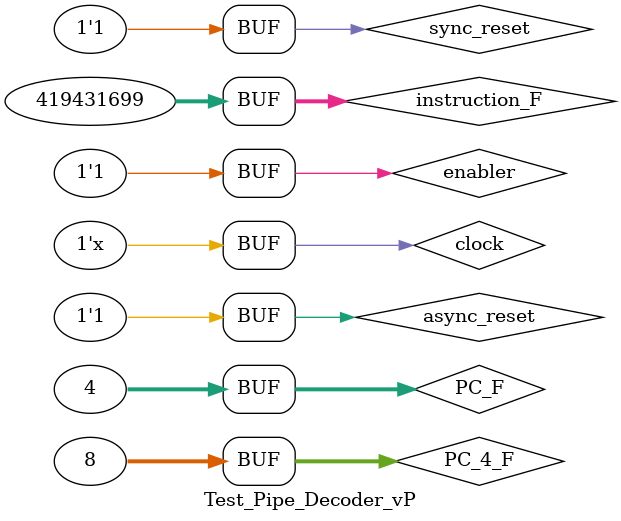
<source format=sv>
module Test_Pipe_Decoder_vP();

	logic [31:0] instruction_F;
	logic [31:0] PC_F;
	logic [31:0] PC_4_F;
	
	logic enabler;
	logic clock;
	logic async_reset;
	logic sync_reset;
	
	logic [31:0] instruction_D;
	logic [31:0] PC_D;
	logic [31:0] PC_4_D;

	Pipe_Decoder_vP pipe_d
	(
		instruction_F, PC_F, PC_4_F, enabler, clock, async_reset, sync_reset,
		instruction_D, PC_D, PC_4_D
	);

	initial
	begin
		enabler=1'b0;
		clock=1'b0;
		async_reset=1'b0;
		sync_reset=1'b0;
		
		instruction_F=32'h19000513;
		PC_F=32'h4;
		PC_4_F=32'h8;
		#15;
		
		async_reset=1'b1;
		sync_reset=1'b1;
		#10;

		enabler=1'b1;
		#10;

		#10;
		
		sync_reset=1'b0;
		#10;
		
		sync_reset=1'b1;		
		#10;
	end
	
	always #5 clock = ~clock;//#10 = un ciclo

endmodule

</source>
